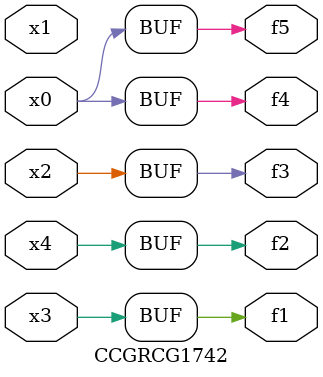
<source format=v>
module CCGRCG1742(
	input x0, x1, x2, x3, x4,
	output f1, f2, f3, f4, f5
);
	assign f1 = x3;
	assign f2 = x4;
	assign f3 = x2;
	assign f4 = x0;
	assign f5 = x0;
endmodule

</source>
